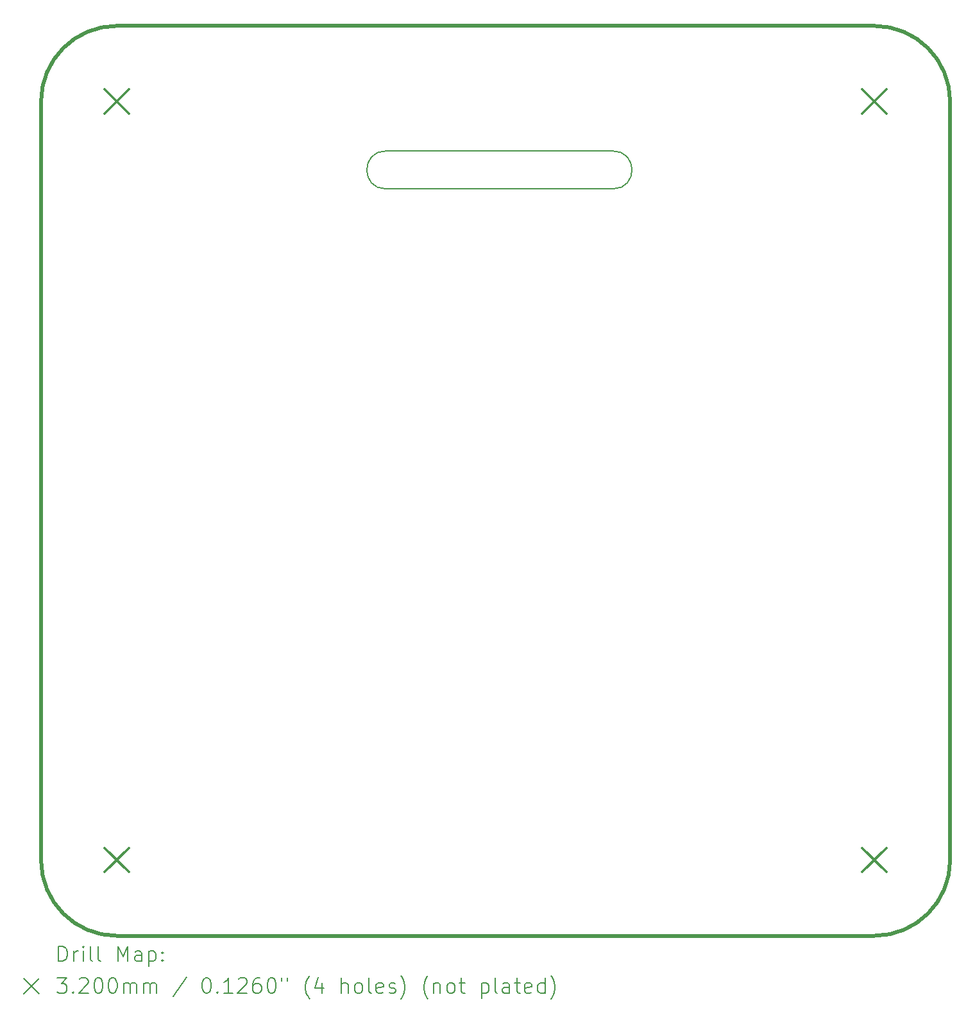
<source format=gbr>
%TF.GenerationSoftware,KiCad,Pcbnew,(6.0.11)*%
%TF.CreationDate,2024-04-14T00:11:42+01:00*%
%TF.ProjectId,RJ21_RJ45_PRIMARY_BREAKOUT_BASE,524a3231-5f52-44a3-9435-5f5052494d41,rev?*%
%TF.SameCoordinates,Original*%
%TF.FileFunction,Drillmap*%
%TF.FilePolarity,Positive*%
%FSLAX45Y45*%
G04 Gerber Fmt 4.5, Leading zero omitted, Abs format (unit mm)*
G04 Created by KiCad (PCBNEW (6.0.11)) date 2024-04-14 00:11:42*
%MOMM*%
%LPD*%
G01*
G04 APERTURE LIST*
%ADD10C,0.150000*%
%ADD11C,0.500000*%
%ADD12C,0.200000*%
%ADD13C,0.320000*%
G04 APERTURE END LIST*
D10*
X11850000Y-6860000D02*
G75*
G03*
X11850000Y-6360000I0J250000D01*
G01*
X8850000Y-6360000D02*
G75*
G03*
X8850000Y-6860000I0J-250000D01*
G01*
X8850000Y-6860000D02*
X11850000Y-6860000D01*
X8850000Y-6360000D02*
X11850000Y-6360000D01*
D11*
X16300000Y-5710000D02*
G75*
G03*
X15300000Y-4710000I-1000000J0D01*
G01*
X15300000Y-16710000D02*
G75*
G03*
X16300000Y-15710000I0J1000000D01*
G01*
X4300000Y-15710000D02*
G75*
G03*
X5300000Y-16710000I1000000J0D01*
G01*
X5300000Y-4710000D02*
G75*
G03*
X4300000Y-5710000I0J-1000000D01*
G01*
X5300000Y-4710000D02*
X15300000Y-4710000D01*
X4300000Y-5710000D02*
X4300000Y-15710000D01*
X15300000Y-16710000D02*
X5300000Y-16710000D01*
X16300000Y-5710000D02*
X16300000Y-15710000D01*
D12*
D13*
X5140000Y-5550000D02*
X5460000Y-5870000D01*
X5460000Y-5550000D02*
X5140000Y-5870000D01*
X5140000Y-15550000D02*
X5460000Y-15870000D01*
X5460000Y-15550000D02*
X5140000Y-15870000D01*
X15140000Y-5550000D02*
X15460000Y-5870000D01*
X15460000Y-5550000D02*
X15140000Y-5870000D01*
X15140000Y-15550000D02*
X15460000Y-15870000D01*
X15460000Y-15550000D02*
X15140000Y-15870000D01*
D12*
X4532619Y-17045476D02*
X4532619Y-16845476D01*
X4580238Y-16845476D01*
X4608810Y-16855000D01*
X4627857Y-16874048D01*
X4637381Y-16893095D01*
X4646905Y-16931190D01*
X4646905Y-16959762D01*
X4637381Y-16997857D01*
X4627857Y-17016905D01*
X4608810Y-17035952D01*
X4580238Y-17045476D01*
X4532619Y-17045476D01*
X4732619Y-17045476D02*
X4732619Y-16912143D01*
X4732619Y-16950238D02*
X4742143Y-16931190D01*
X4751667Y-16921667D01*
X4770714Y-16912143D01*
X4789762Y-16912143D01*
X4856429Y-17045476D02*
X4856429Y-16912143D01*
X4856429Y-16845476D02*
X4846905Y-16855000D01*
X4856429Y-16864524D01*
X4865952Y-16855000D01*
X4856429Y-16845476D01*
X4856429Y-16864524D01*
X4980238Y-17045476D02*
X4961190Y-17035952D01*
X4951667Y-17016905D01*
X4951667Y-16845476D01*
X5085000Y-17045476D02*
X5065952Y-17035952D01*
X5056429Y-17016905D01*
X5056429Y-16845476D01*
X5313571Y-17045476D02*
X5313571Y-16845476D01*
X5380238Y-16988333D01*
X5446905Y-16845476D01*
X5446905Y-17045476D01*
X5627857Y-17045476D02*
X5627857Y-16940714D01*
X5618333Y-16921667D01*
X5599286Y-16912143D01*
X5561190Y-16912143D01*
X5542143Y-16921667D01*
X5627857Y-17035952D02*
X5608809Y-17045476D01*
X5561190Y-17045476D01*
X5542143Y-17035952D01*
X5532619Y-17016905D01*
X5532619Y-16997857D01*
X5542143Y-16978810D01*
X5561190Y-16969286D01*
X5608809Y-16969286D01*
X5627857Y-16959762D01*
X5723095Y-16912143D02*
X5723095Y-17112143D01*
X5723095Y-16921667D02*
X5742143Y-16912143D01*
X5780238Y-16912143D01*
X5799286Y-16921667D01*
X5808809Y-16931190D01*
X5818333Y-16950238D01*
X5818333Y-17007381D01*
X5808809Y-17026429D01*
X5799286Y-17035952D01*
X5780238Y-17045476D01*
X5742143Y-17045476D01*
X5723095Y-17035952D01*
X5904048Y-17026429D02*
X5913571Y-17035952D01*
X5904048Y-17045476D01*
X5894524Y-17035952D01*
X5904048Y-17026429D01*
X5904048Y-17045476D01*
X5904048Y-16921667D02*
X5913571Y-16931190D01*
X5904048Y-16940714D01*
X5894524Y-16931190D01*
X5904048Y-16921667D01*
X5904048Y-16940714D01*
X4075000Y-17275000D02*
X4275000Y-17475000D01*
X4275000Y-17275000D02*
X4075000Y-17475000D01*
X4513571Y-17265476D02*
X4637381Y-17265476D01*
X4570714Y-17341667D01*
X4599286Y-17341667D01*
X4618333Y-17351190D01*
X4627857Y-17360714D01*
X4637381Y-17379762D01*
X4637381Y-17427381D01*
X4627857Y-17446429D01*
X4618333Y-17455952D01*
X4599286Y-17465476D01*
X4542143Y-17465476D01*
X4523095Y-17455952D01*
X4513571Y-17446429D01*
X4723095Y-17446429D02*
X4732619Y-17455952D01*
X4723095Y-17465476D01*
X4713571Y-17455952D01*
X4723095Y-17446429D01*
X4723095Y-17465476D01*
X4808810Y-17284524D02*
X4818333Y-17275000D01*
X4837381Y-17265476D01*
X4885000Y-17265476D01*
X4904048Y-17275000D01*
X4913571Y-17284524D01*
X4923095Y-17303571D01*
X4923095Y-17322619D01*
X4913571Y-17351190D01*
X4799286Y-17465476D01*
X4923095Y-17465476D01*
X5046905Y-17265476D02*
X5065952Y-17265476D01*
X5085000Y-17275000D01*
X5094524Y-17284524D01*
X5104048Y-17303571D01*
X5113571Y-17341667D01*
X5113571Y-17389286D01*
X5104048Y-17427381D01*
X5094524Y-17446429D01*
X5085000Y-17455952D01*
X5065952Y-17465476D01*
X5046905Y-17465476D01*
X5027857Y-17455952D01*
X5018333Y-17446429D01*
X5008810Y-17427381D01*
X4999286Y-17389286D01*
X4999286Y-17341667D01*
X5008810Y-17303571D01*
X5018333Y-17284524D01*
X5027857Y-17275000D01*
X5046905Y-17265476D01*
X5237381Y-17265476D02*
X5256429Y-17265476D01*
X5275476Y-17275000D01*
X5285000Y-17284524D01*
X5294524Y-17303571D01*
X5304048Y-17341667D01*
X5304048Y-17389286D01*
X5294524Y-17427381D01*
X5285000Y-17446429D01*
X5275476Y-17455952D01*
X5256429Y-17465476D01*
X5237381Y-17465476D01*
X5218333Y-17455952D01*
X5208810Y-17446429D01*
X5199286Y-17427381D01*
X5189762Y-17389286D01*
X5189762Y-17341667D01*
X5199286Y-17303571D01*
X5208810Y-17284524D01*
X5218333Y-17275000D01*
X5237381Y-17265476D01*
X5389762Y-17465476D02*
X5389762Y-17332143D01*
X5389762Y-17351190D02*
X5399286Y-17341667D01*
X5418333Y-17332143D01*
X5446905Y-17332143D01*
X5465952Y-17341667D01*
X5475476Y-17360714D01*
X5475476Y-17465476D01*
X5475476Y-17360714D02*
X5485000Y-17341667D01*
X5504048Y-17332143D01*
X5532619Y-17332143D01*
X5551667Y-17341667D01*
X5561190Y-17360714D01*
X5561190Y-17465476D01*
X5656428Y-17465476D02*
X5656428Y-17332143D01*
X5656428Y-17351190D02*
X5665952Y-17341667D01*
X5685000Y-17332143D01*
X5713571Y-17332143D01*
X5732619Y-17341667D01*
X5742143Y-17360714D01*
X5742143Y-17465476D01*
X5742143Y-17360714D02*
X5751667Y-17341667D01*
X5770714Y-17332143D01*
X5799286Y-17332143D01*
X5818333Y-17341667D01*
X5827857Y-17360714D01*
X5827857Y-17465476D01*
X6218333Y-17255952D02*
X6046905Y-17513095D01*
X6475476Y-17265476D02*
X6494524Y-17265476D01*
X6513571Y-17275000D01*
X6523095Y-17284524D01*
X6532619Y-17303571D01*
X6542143Y-17341667D01*
X6542143Y-17389286D01*
X6532619Y-17427381D01*
X6523095Y-17446429D01*
X6513571Y-17455952D01*
X6494524Y-17465476D01*
X6475476Y-17465476D01*
X6456428Y-17455952D01*
X6446905Y-17446429D01*
X6437381Y-17427381D01*
X6427857Y-17389286D01*
X6427857Y-17341667D01*
X6437381Y-17303571D01*
X6446905Y-17284524D01*
X6456428Y-17275000D01*
X6475476Y-17265476D01*
X6627857Y-17446429D02*
X6637381Y-17455952D01*
X6627857Y-17465476D01*
X6618333Y-17455952D01*
X6627857Y-17446429D01*
X6627857Y-17465476D01*
X6827857Y-17465476D02*
X6713571Y-17465476D01*
X6770714Y-17465476D02*
X6770714Y-17265476D01*
X6751667Y-17294048D01*
X6732619Y-17313095D01*
X6713571Y-17322619D01*
X6904048Y-17284524D02*
X6913571Y-17275000D01*
X6932619Y-17265476D01*
X6980238Y-17265476D01*
X6999286Y-17275000D01*
X7008809Y-17284524D01*
X7018333Y-17303571D01*
X7018333Y-17322619D01*
X7008809Y-17351190D01*
X6894524Y-17465476D01*
X7018333Y-17465476D01*
X7189762Y-17265476D02*
X7151667Y-17265476D01*
X7132619Y-17275000D01*
X7123095Y-17284524D01*
X7104048Y-17313095D01*
X7094524Y-17351190D01*
X7094524Y-17427381D01*
X7104048Y-17446429D01*
X7113571Y-17455952D01*
X7132619Y-17465476D01*
X7170714Y-17465476D01*
X7189762Y-17455952D01*
X7199286Y-17446429D01*
X7208809Y-17427381D01*
X7208809Y-17379762D01*
X7199286Y-17360714D01*
X7189762Y-17351190D01*
X7170714Y-17341667D01*
X7132619Y-17341667D01*
X7113571Y-17351190D01*
X7104048Y-17360714D01*
X7094524Y-17379762D01*
X7332619Y-17265476D02*
X7351667Y-17265476D01*
X7370714Y-17275000D01*
X7380238Y-17284524D01*
X7389762Y-17303571D01*
X7399286Y-17341667D01*
X7399286Y-17389286D01*
X7389762Y-17427381D01*
X7380238Y-17446429D01*
X7370714Y-17455952D01*
X7351667Y-17465476D01*
X7332619Y-17465476D01*
X7313571Y-17455952D01*
X7304048Y-17446429D01*
X7294524Y-17427381D01*
X7285000Y-17389286D01*
X7285000Y-17341667D01*
X7294524Y-17303571D01*
X7304048Y-17284524D01*
X7313571Y-17275000D01*
X7332619Y-17265476D01*
X7475476Y-17265476D02*
X7475476Y-17303571D01*
X7551667Y-17265476D02*
X7551667Y-17303571D01*
X7846905Y-17541667D02*
X7837381Y-17532143D01*
X7818333Y-17503571D01*
X7808809Y-17484524D01*
X7799286Y-17455952D01*
X7789762Y-17408333D01*
X7789762Y-17370238D01*
X7799286Y-17322619D01*
X7808809Y-17294048D01*
X7818333Y-17275000D01*
X7837381Y-17246429D01*
X7846905Y-17236905D01*
X8008809Y-17332143D02*
X8008809Y-17465476D01*
X7961190Y-17255952D02*
X7913571Y-17398810D01*
X8037381Y-17398810D01*
X8265952Y-17465476D02*
X8265952Y-17265476D01*
X8351667Y-17465476D02*
X8351667Y-17360714D01*
X8342143Y-17341667D01*
X8323095Y-17332143D01*
X8294524Y-17332143D01*
X8275476Y-17341667D01*
X8265952Y-17351190D01*
X8475476Y-17465476D02*
X8456429Y-17455952D01*
X8446905Y-17446429D01*
X8437381Y-17427381D01*
X8437381Y-17370238D01*
X8446905Y-17351190D01*
X8456429Y-17341667D01*
X8475476Y-17332143D01*
X8504048Y-17332143D01*
X8523095Y-17341667D01*
X8532619Y-17351190D01*
X8542143Y-17370238D01*
X8542143Y-17427381D01*
X8532619Y-17446429D01*
X8523095Y-17455952D01*
X8504048Y-17465476D01*
X8475476Y-17465476D01*
X8656429Y-17465476D02*
X8637381Y-17455952D01*
X8627857Y-17436905D01*
X8627857Y-17265476D01*
X8808810Y-17455952D02*
X8789762Y-17465476D01*
X8751667Y-17465476D01*
X8732619Y-17455952D01*
X8723095Y-17436905D01*
X8723095Y-17360714D01*
X8732619Y-17341667D01*
X8751667Y-17332143D01*
X8789762Y-17332143D01*
X8808810Y-17341667D01*
X8818333Y-17360714D01*
X8818333Y-17379762D01*
X8723095Y-17398810D01*
X8894524Y-17455952D02*
X8913571Y-17465476D01*
X8951667Y-17465476D01*
X8970714Y-17455952D01*
X8980238Y-17436905D01*
X8980238Y-17427381D01*
X8970714Y-17408333D01*
X8951667Y-17398810D01*
X8923095Y-17398810D01*
X8904048Y-17389286D01*
X8894524Y-17370238D01*
X8894524Y-17360714D01*
X8904048Y-17341667D01*
X8923095Y-17332143D01*
X8951667Y-17332143D01*
X8970714Y-17341667D01*
X9046905Y-17541667D02*
X9056429Y-17532143D01*
X9075476Y-17503571D01*
X9085000Y-17484524D01*
X9094524Y-17455952D01*
X9104048Y-17408333D01*
X9104048Y-17370238D01*
X9094524Y-17322619D01*
X9085000Y-17294048D01*
X9075476Y-17275000D01*
X9056429Y-17246429D01*
X9046905Y-17236905D01*
X9408810Y-17541667D02*
X9399286Y-17532143D01*
X9380238Y-17503571D01*
X9370714Y-17484524D01*
X9361190Y-17455952D01*
X9351667Y-17408333D01*
X9351667Y-17370238D01*
X9361190Y-17322619D01*
X9370714Y-17294048D01*
X9380238Y-17275000D01*
X9399286Y-17246429D01*
X9408810Y-17236905D01*
X9485000Y-17332143D02*
X9485000Y-17465476D01*
X9485000Y-17351190D02*
X9494524Y-17341667D01*
X9513571Y-17332143D01*
X9542143Y-17332143D01*
X9561190Y-17341667D01*
X9570714Y-17360714D01*
X9570714Y-17465476D01*
X9694524Y-17465476D02*
X9675476Y-17455952D01*
X9665952Y-17446429D01*
X9656429Y-17427381D01*
X9656429Y-17370238D01*
X9665952Y-17351190D01*
X9675476Y-17341667D01*
X9694524Y-17332143D01*
X9723095Y-17332143D01*
X9742143Y-17341667D01*
X9751667Y-17351190D01*
X9761190Y-17370238D01*
X9761190Y-17427381D01*
X9751667Y-17446429D01*
X9742143Y-17455952D01*
X9723095Y-17465476D01*
X9694524Y-17465476D01*
X9818333Y-17332143D02*
X9894524Y-17332143D01*
X9846905Y-17265476D02*
X9846905Y-17436905D01*
X9856429Y-17455952D01*
X9875476Y-17465476D01*
X9894524Y-17465476D01*
X10113571Y-17332143D02*
X10113571Y-17532143D01*
X10113571Y-17341667D02*
X10132619Y-17332143D01*
X10170714Y-17332143D01*
X10189762Y-17341667D01*
X10199286Y-17351190D01*
X10208810Y-17370238D01*
X10208810Y-17427381D01*
X10199286Y-17446429D01*
X10189762Y-17455952D01*
X10170714Y-17465476D01*
X10132619Y-17465476D01*
X10113571Y-17455952D01*
X10323095Y-17465476D02*
X10304048Y-17455952D01*
X10294524Y-17436905D01*
X10294524Y-17265476D01*
X10485000Y-17465476D02*
X10485000Y-17360714D01*
X10475476Y-17341667D01*
X10456429Y-17332143D01*
X10418333Y-17332143D01*
X10399286Y-17341667D01*
X10485000Y-17455952D02*
X10465952Y-17465476D01*
X10418333Y-17465476D01*
X10399286Y-17455952D01*
X10389762Y-17436905D01*
X10389762Y-17417857D01*
X10399286Y-17398810D01*
X10418333Y-17389286D01*
X10465952Y-17389286D01*
X10485000Y-17379762D01*
X10551667Y-17332143D02*
X10627857Y-17332143D01*
X10580238Y-17265476D02*
X10580238Y-17436905D01*
X10589762Y-17455952D01*
X10608810Y-17465476D01*
X10627857Y-17465476D01*
X10770714Y-17455952D02*
X10751667Y-17465476D01*
X10713571Y-17465476D01*
X10694524Y-17455952D01*
X10685000Y-17436905D01*
X10685000Y-17360714D01*
X10694524Y-17341667D01*
X10713571Y-17332143D01*
X10751667Y-17332143D01*
X10770714Y-17341667D01*
X10780238Y-17360714D01*
X10780238Y-17379762D01*
X10685000Y-17398810D01*
X10951667Y-17465476D02*
X10951667Y-17265476D01*
X10951667Y-17455952D02*
X10932619Y-17465476D01*
X10894524Y-17465476D01*
X10875476Y-17455952D01*
X10865952Y-17446429D01*
X10856429Y-17427381D01*
X10856429Y-17370238D01*
X10865952Y-17351190D01*
X10875476Y-17341667D01*
X10894524Y-17332143D01*
X10932619Y-17332143D01*
X10951667Y-17341667D01*
X11027857Y-17541667D02*
X11037381Y-17532143D01*
X11056429Y-17503571D01*
X11065952Y-17484524D01*
X11075476Y-17455952D01*
X11085000Y-17408333D01*
X11085000Y-17370238D01*
X11075476Y-17322619D01*
X11065952Y-17294048D01*
X11056429Y-17275000D01*
X11037381Y-17246429D01*
X11027857Y-17236905D01*
M02*

</source>
